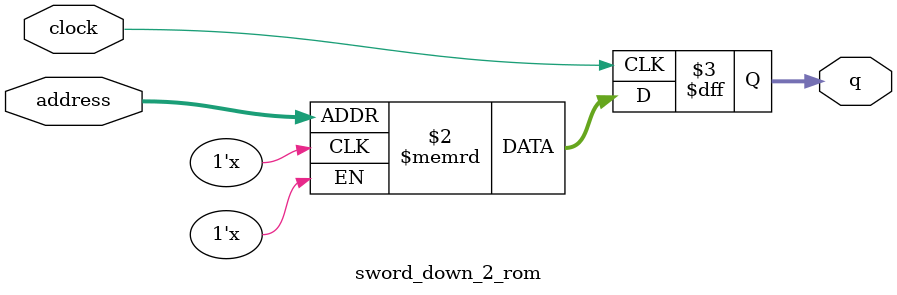
<source format=sv>
module sword_down_2_rom (
	input logic clock,
	input logic [9:0] address,
	output logic [2:0] q
);

logic [2:0] memory [0:1023] /* synthesis ram_init_file = "./sword_down_2/sword_down_2.mif" */;

always_ff @ (posedge clock) begin
	q <= memory[address];
end

endmodule

</source>
